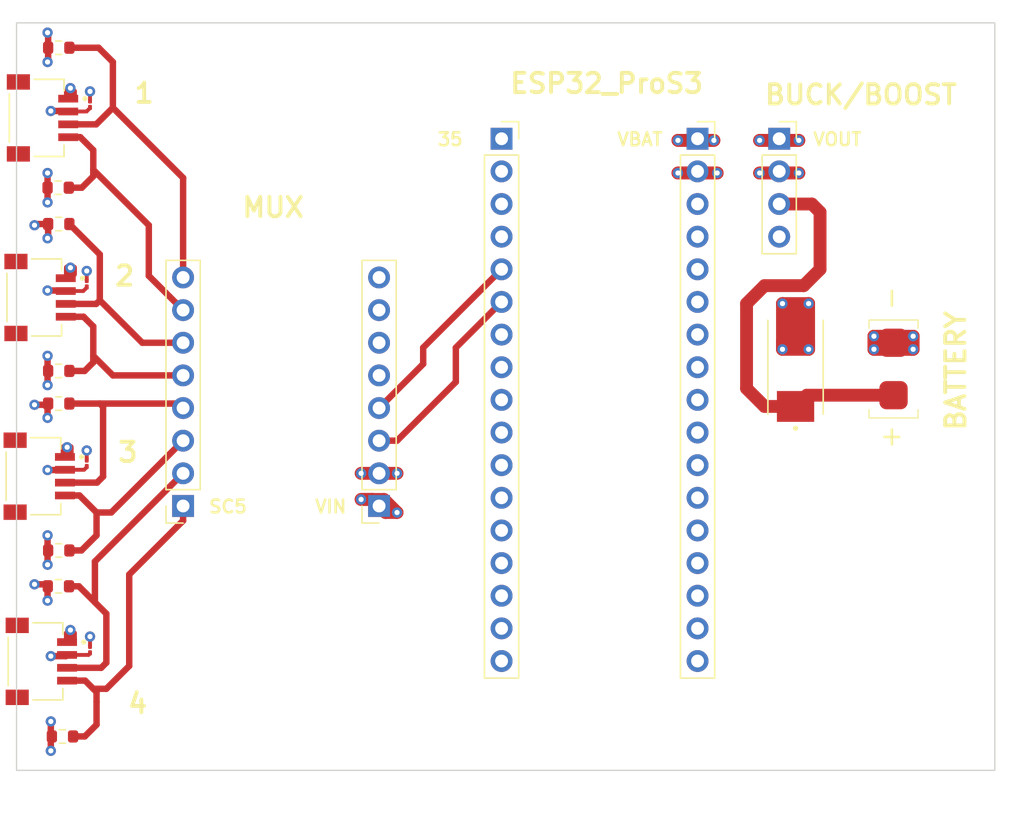
<source format=kicad_pcb>
(kicad_pcb (version 20221018) (generator pcbnew)
  (layers (0 "F.Cu" signal) (1 "In1.Cu" signal) (2 "In2.Cu" signal) (31 "B.Cu" signal) (34 "B.Paste" user) (35 "F.Paste" user) (36 "B.SilkS" user "B.Silkscreen") (37 "F.SilkS" user "F.Silkscreen") (38 "B.Mask" user) (39 "F.Mask" user) (44 "Edge.Cuts" user))
  (net 0 "")
  (net 1 "3V3")
  (net 2 "GND")
  (net 3 "VBAT")
  (net 4 "SDA1")
  (net 5 "SCL1")
  (net 6 "SDA2")
  (net 7 "SCL2")
  (net 8 "SDA3")
  (net 9 "SCL3")
  (net 10 "SDA4")
  (net 11 "SCL4")
  (net 12 "SDA_MAIN")
  (net 13 "SCL_MAIN")
  (net 14 "RST_MUX")
  (net 24 "RST_ESP")
  (footprint "Connector_PinSocket_2.54mm:PinSocket_1x04_P2.54mm_Vertical" (layer "F.Cu") (at 160.02 93.345)
    (fp_text reference "VOLT-STEP1")
    (fp_text value "Conn_01x04_Socket")
    (fp_line (start -1.33 1.27) (end -1.33 8.95) (stroke (width 0.12)) (layer "F.SilkS"))
    (fp_line (start -1.33 1.27) (end 1.33 1.27) (stroke (width 0.12)) (layer "F.SilkS"))
    (fp_line (start -1.33 8.95) (end 1.33 8.95) (stroke (width 0.12)) (layer "F.SilkS"))
    (fp_line (start 0 -1.33) (end 1.33 -1.33) (stroke (width 0.12)) (layer "F.SilkS"))
    (fp_line (start 1.33 -1.33) (end 1.33 0) (stroke (width 0.12)) (layer "F.SilkS"))
    (fp_line (start 1.33 1.27) (end 1.33 8.95) (stroke (width 0.12)) (layer "F.SilkS"))
    (pad "1" thru_hole rect (at 0 0) (size 1.7 1.7) (drill 1) (layers "*.Cu" "*.Mask") (net 1 "3V3"))
    (pad "2" thru_hole oval (at 0 2.54) (size 1.7 1.7) (drill 1) (layers "*.Cu" "*.Mask") (net 2 "GND"))
    (pad "3" thru_hole oval (at 0 5.08) (size 1.7 1.7) (drill 1) (layers "*.Cu" "*.Mask") (net 3 "VBAT"))
    (pad "4" thru_hole oval (at 0 7.62) (size 1.7 1.7) (drill 1) (layers "*.Cu" "*.Mask"))
  )
  (footprint "Capacitor_SMD:C_01005_0402Metric" (layer "F.Cu") (at 106.426 133.096 90)
    (fp_text reference "C4")
    (fp_text value "1.0u")
    (pad "1" smd roundrect (at -0.25 0 90) (size 0.4 0.3) (layers "F.Cu" "F.Mask") (net 1 "3V3"))
    (pad "2" smd roundrect (at 0.25 0 90) (size 0.4 0.3) (layers "F.Cu" "F.Mask") (net 2 "GND"))
  )
  (footprint "Resistor_SMD:R_0603_1608Metric" (layer "F.Cu") (at 103.995 86.265)
    (fp_text reference "R1")
    (fp_text value "4.7K")
    (fp_line (start -0.237258 -0.5225) (end 0.237258 -0.5225) (stroke (width 0.12)) (layer "F.SilkS"))
    (fp_line (start -0.237258 0.5225) (end 0.237258 0.5225) (stroke (width 0.12)) (layer "F.SilkS"))
    (pad "1" smd roundrect (at -0.825 0) (size 0.8 0.95) (layers "F.Cu" "F.Paste" "F.Mask") (net 1 "3V3"))
    (pad "2" smd roundrect (at 0.825 0) (size 0.8 0.95) (layers "F.Cu" "F.Paste" "F.Mask") (net 4 "SDA1"))
  )
  (footprint "Resistor_SMD:R_0603_1608Metric" (layer "F.Cu") (at 103.95 97.155)
    (fp_text reference "R2")
    (fp_text value "4.7K")
    (fp_line (start -0.237258 -0.5225) (end 0.237258 -0.5225) (stroke (width 0.12)) (layer "F.SilkS"))
    (fp_line (start -0.237258 0.5225) (end 0.237258 0.5225) (stroke (width 0.12)) (layer "F.SilkS"))
    (pad "1" smd roundrect (at -0.825 0) (size 0.8 0.95) (layers "F.Cu" "F.Paste" "F.Mask") (net 1 "3V3"))
    (pad "2" smd roundrect (at 0.825 0) (size 0.8 0.95) (layers "F.Cu" "F.Paste" "F.Mask") (net 5 "SCL1"))
  )
  (footprint "Capacitor_SMD:C_01005_0402Metric" (layer "F.Cu") (at 106.172 104.627 90)
    (fp_text reference "C1")
    (fp_text value "1.0u")
    (pad "1" smd roundrect (at -0.25 0 90) (size 0.4 0.3) (layers "F.Cu" "F.Mask") (net 1 "3V3"))
    (pad "2" smd roundrect (at 0.25 0 90) (size 0.4 0.3) (layers "F.Cu" "F.Mask") (net 2 "GND"))
  )
  (footprint "Resistor_SMD:R_0603_1608Metric" (layer "F.Cu") (at 103.995 111.411)
    (fp_text reference "R4")
    (fp_text value "4.7K")
    (fp_line (start -0.237258 -0.5225) (end 0.237258 -0.5225) (stroke (width 0.12)) (layer "F.SilkS"))
    (fp_line (start -0.237258 0.5225) (end 0.237258 0.5225) (stroke (width 0.12)) (layer "F.SilkS"))
    (pad "1" smd roundrect (at -0.825 0) (size 0.8 0.95) (layers "F.Cu" "F.Paste" "F.Mask") (net 1 "3V3"))
    (pad "2" smd roundrect (at 0.825 0) (size 0.8 0.95) (layers "F.Cu" "F.Paste" "F.Mask") (net 7 "SCL2"))
  )
  (footprint "qwicc:SPARKFUN_PRT-14417" (layer "F.Cu") (at 102.28 91.726 -90)
    (fp_text reference "mux-1")
    (fp_text value "PRT-14417")
    (fp_line (start -3 -2.125) (end -2.12 -2.125) (stroke (width 0.127)) (layer "F.SilkS"))
    (fp_line (start -3 0.205) (end -3 -2.125) (stroke (width 0.127)) (layer "F.SilkS"))
    (fp_line (start -1.88 2.125) (end 1.88 2.125) (stroke (width 0.127)) (layer "F.SilkS"))
    (fp_line (start 2.12 -2.125) (end 3 -2.125) (stroke (width 0.127)) (layer "F.SilkS"))
    (fp_line (start 3 -2.125) (end 3 0.205) (stroke (width 0.127)) (layer "F.SilkS"))
    (fp_circle (center -1.5 -3.75) (end -1.4 -3.75) (stroke (width 0.2)) (fill none) (layer "F.SilkS"))
    (pad "1" smd rect (at -1.5 -2.45 270) (size 0.6 1.55) (layers "F.Cu" "F.Paste" "F.Mask") (net 2 "GND"))
    (pad "2" smd rect (at -0.5 -2.45 270) (size 0.6 1.55) (layers "F.Cu" "F.Paste" "F.Mask") (net 1 "3V3"))
    (pad "3" smd rect (at 0.5 -2.45 270) (size 0.6 1.55) (layers "F.Cu" "F.Paste" "F.Mask") (net 4 "SDA1"))
    (pad "4" smd rect (at 1.5 -2.45 270) (size 0.6 1.55) (layers "F.Cu" "F.Paste" "F.Mask") (net 5 "SCL1"))
    (pad "S1" smd rect (at -2.8 1.425 270) (size 1.2 1.8) (layers "F.Cu" "F.Paste" "F.Mask"))
    (pad "S2" smd rect (at 2.8 1.425 270) (size 1.2 1.8) (layers "F.Cu" "F.Paste" "F.Mask"))
  )
  (footprint "Resistor_SMD:R_0603_1608Metric" (layer "F.Cu") (at 103.995 125.381)
    (fp_text reference "R6")
    (fp_text value "4.7K")
    (fp_line (start -0.237258 -0.5225) (end 0.237258 -0.5225) (stroke (width 0.12)) (layer "F.SilkS"))
    (fp_line (start -0.237258 0.5225) (end 0.237258 0.5225) (stroke (width 0.12)) (layer "F.SilkS"))
    (pad "1" smd roundrect (at -0.825 0) (size 0.8 0.95) (layers "F.Cu" "F.Paste" "F.Mask") (net 1 "3V3"))
    (pad "2" smd roundrect (at 0.825 0) (size 0.8 0.95) (layers "F.Cu" "F.Paste" "F.Mask") (net 9 "SCL3"))
  )
  (footprint "Resistor_SMD:R_0603_1608Metric" (layer "F.Cu") (at 103.995 99.981)
    (fp_text reference "R3")
    (fp_text value "4.7K")
    (fp_line (start -0.237258 -0.5225) (end 0.237258 -0.5225) (stroke (width 0.12)) (layer "F.SilkS"))
    (fp_line (start -0.237258 0.5225) (end 0.237258 0.5225) (stroke (width 0.12)) (layer "F.SilkS"))
    (pad "1" smd roundrect (at -0.825 0) (size 0.8 0.95) (layers "F.Cu" "F.Paste" "F.Mask") (net 1 "3V3"))
    (pad "2" smd roundrect (at 0.825 0) (size 0.8 0.95) (layers "F.Cu" "F.Paste" "F.Mask") (net 6 "SDA2"))
  )
  (footprint "Connector_PinSocket_2.54mm:PinSocket_1x08_P2.54mm_Vertical" (layer "F.Cu") (at 113.665 121.92 180)
    (fp_text reference "MUX-R1")
    (fp_text value "Conn_01x08_Socket")
    (fp_line (start -1.33 1.27) (end -1.33 19.11) (stroke (width 0.12)) (layer "F.SilkS"))
    (fp_line (start -1.33 1.27) (end 1.33 1.27) (stroke (width 0.12)) (layer "F.SilkS"))
    (fp_line (start -1.33 19.11) (end 1.33 19.11) (stroke (width 0.12)) (layer "F.SilkS"))
    (fp_line (start 0 -1.33) (end 1.33 -1.33) (stroke (width 0.12)) (layer "F.SilkS"))
    (fp_line (start 1.33 -1.33) (end 1.33 0) (stroke (width 0.12)) (layer "F.SilkS"))
    (fp_line (start 1.33 1.27) (end 1.33 19.11) (stroke (width 0.12)) (layer "F.SilkS"))
    (pad "1" thru_hole rect (at 0 0 180) (size 1.7 1.7) (drill 1) (layers "*.Cu" "*.Mask") (net 11 "SCL4"))
    (pad "2" thru_hole oval (at 0 2.54 180) (size 1.7 1.7) (drill 1) (layers "*.Cu" "*.Mask") (net 10 "SDA4"))
    (pad "3" thru_hole oval (at 0 5.08 180) (size 1.7 1.7) (drill 1) (layers "*.Cu" "*.Mask") (net 9 "SCL3"))
    (pad "4" thru_hole oval (at 0 7.62 180) (size 1.7 1.7) (drill 1) (layers "*.Cu" "*.Mask") (net 8 "SDA3"))
    (pad "5" thru_hole oval (at 0 10.16 180) (size 1.7 1.7) (drill 1) (layers "*.Cu" "*.Mask") (net 7 "SCL2"))
    (pad "6" thru_hole oval (at 0 12.7 180) (size 1.7 1.7) (drill 1) (layers "*.Cu" "*.Mask") (net 6 "SDA2"))
    (pad "7" thru_hole oval (at 0 15.24 180) (size 1.7 1.7) (drill 1) (layers "*.Cu" "*.Mask") (net 5 "SCL1"))
    (pad "8" thru_hole oval (at 0 17.78 180) (size 1.7 1.7) (drill 1) (layers "*.Cu" "*.Mask") (net 4 "SDA1"))
  )
  (footprint "Resistor_SMD:R_0603_1608Metric" (layer "F.Cu") (at 104.285 139.853)
    (fp_text reference "R8")
    (fp_text value "4.7K")
    (fp_line (start -0.237258 -0.5225) (end 0.237258 -0.5225) (stroke (width 0.12)) (layer "F.SilkS"))
    (fp_line (start -0.237258 0.5225) (end 0.237258 0.5225) (stroke (width 0.12)) (layer "F.SilkS"))
    (pad "1" smd roundrect (at -0.825 0) (size 0.8 0.95) (layers "F.Cu" "F.Paste" "F.Mask") (net 1 "3V3"))
    (pad "2" smd roundrect (at 0.825 0) (size 0.8 0.95) (layers "F.Cu" "F.Paste" "F.Mask") (net 11 "SCL4"))
  )
  (footprint "Capacitor_SMD:C_01005_0402Metric" (layer "F.Cu") (at 106.426 90.657 90)
    (fp_text reference "C2")
    (fp_text value "1.0u")
    (pad "1" smd roundrect (at -0.25 0 90) (size 0.4 0.3) (layers "F.Cu" "F.Mask") (net 1 "3V3"))
    (pad "2" smd roundrect (at 0.25 0 90) (size 0.4 0.3) (layers "F.Cu" "F.Mask") (net 2 "GND"))
  )
  (footprint "Battery_connector:Battery_connector" (layer "F.Cu") (at 168.91 111.26 90)
    (fp_text reference "REF**")
    (fp_text value "Battery_connector")
    (fp_text user "+" (at -6.35 0.635 90 unlocked) (layer "F.SilkS") (effects (font (size 1.5 1.5) (thickness 0.2)) (justify left bottom)))
    (fp_text user "-" (at 4.445 0.635 90 unlocked) (layer "F.SilkS") (effects (font (size 1.5 1.5) (thickness 0.2)) (justify left bottom)))
    (fp_line (start -3.81 -1.905) (end -3.81 1.905) (stroke (width 0.1)) (layer "F.SilkS"))
    (fp_line (start -3.81 1.905) (end -3.175 1.905) (stroke (width 0.1)) (layer "F.SilkS"))
    (fp_line (start -3.175 -1.905) (end -3.81 -1.905) (stroke (width 0.1)) (layer "F.SilkS"))
    (fp_line (start 3.175 -1.905) (end 3.81 -1.905) (stroke (width 0.1)) (layer "F.SilkS"))
    (fp_line (start 3.81 -1.905) (end 3.81 1.905) (stroke (width 0.1)) (layer "F.SilkS"))
    (fp_line (start 3.81 1.905) (end 3.175 1.905) (stroke (width 0.1)) (layer "F.SilkS"))
    (pad "1" smd roundrect (at -2.04 0 90) (size 2.2 2.2) (layers "F.Cu" "F.Paste" "F.Mask") (net 3 "VBAT"))
    (pad "2" smd roundrect (at 2.04 0 90) (size 2.2 2.2) (layers "F.Cu" "F.Paste" "F.Mask") (net 2 "GND"))
  )
  (footprint "Connector_PinSocket_2.54mm:PinSocket_1x17_P2.54mm_Vertical" (layer "F.Cu") (at 153.67 93.345)
    (fp_text reference "PROS3-R1")
    (fp_text value "Conn_01x17_Socket")
    (fp_line (start -1.33 1.27) (end -1.33 41.97) (stroke (width 0.12)) (layer "F.SilkS"))
    (fp_line (start -1.33 1.27) (end 1.33 1.27) (stroke (width 0.12)) (layer "F.SilkS"))
    (fp_line (start -1.33 41.97) (end 1.33 41.97) (stroke (width 0.12)) (layer "F.SilkS"))
    (fp_line (start 0 -1.33) (end 1.33 -1.33) (stroke (width 0.12)) (layer "F.SilkS"))
    (fp_line (start 1.33 -1.33) (end 1.33 0) (stroke (width 0.12)) (layer "F.SilkS"))
    (fp_line (start 1.33 1.27) (end 1.33 41.97) (stroke (width 0.12)) (layer "F.SilkS"))
    (pad "1" thru_hole rect (at 0 0) (size 1.7 1.7) (drill 1) (layers "*.Cu" "*.Mask") (net 1 "3V3"))
    (pad "2" thru_hole oval (at 0 2.54) (size 1.7 1.7) (drill 1) (layers "*.Cu" "*.Mask") (net 2 "GND"))
    (pad "3" thru_hole oval (at 0 5.08) (size 1.7 1.7) (drill 1) (layers "*.Cu" "*.Mask"))
    (pad "4" thru_hole oval (at 0 7.62) (size 1.7 1.7) (drill 1) (layers "*.Cu" "*.Mask"))
    (pad "5" thru_hole oval (at 0 10.16) (size 1.7 1.7) (drill 1) (layers "*.Cu" "*.Mask"))
    (pad "6" thru_hole oval (at 0 12.7) (size 1.7 1.7) (drill 1) (layers "*.Cu" "*.Mask"))
    (pad "7" thru_hole oval (at 0 15.24) (size 1.7 1.7) (drill 1) (layers "*.Cu" "*.Mask"))
    (pad "8" thru_hole oval (at 0 17.78) (size 1.7 1.7) (drill 1) (layers "*.Cu" "*.Mask"))
    (pad "9" thru_hole oval (at 0 20.32) (size 1.7 1.7) (drill 1) (layers "*.Cu" "*.Mask"))
    (pad "10" thru_hole oval (at 0 22.86) (size 1.7 1.7) (drill 1) (layers "*.Cu" "*.Mask"))
    (pad "11" thru_hole oval (at 0 25.4) (size 1.7 1.7) (drill 1) (layers "*.Cu" "*.Mask"))
    (pad "12" thru_hole oval (at 0 27.94) (size 1.7 1.7) (drill 1) (layers "*.Cu" "*.Mask"))
    (pad "13" thru_hole oval (at 0 30.48) (size 1.7 1.7) (drill 1) (layers "*.Cu" "*.Mask"))
    (pad "14" thru_hole oval (at 0 33.02) (size 1.7 1.7) (drill 1) (layers "*.Cu" "*.Mask"))
    (pad "15" thru_hole oval (at 0 35.56) (size 1.7 1.7) (drill 1) (layers "*.Cu" "*.Mask"))
    (pad "16" thru_hole oval (at 0 38.1) (size 1.7 1.7) (drill 1) (layers "*.Cu" "*.Mask"))
    (pad "17" thru_hole oval (at 0 40.64) (size 1.7 1.7) (drill 1) (layers "*.Cu" "*.Mask"))
  )
  (footprint "Connector_PinSocket_2.54mm:PinSocket_1x08_P2.54mm_Vertical" (layer "F.Cu") (at 128.905 121.92 180)
    (fp_text reference "MUX-L1")
    (fp_text value "Conn_01x08_Socket")
    (fp_line (start -1.33 1.27) (end -1.33 19.11) (stroke (width 0.12)) (layer "F.SilkS"))
    (fp_line (start -1.33 1.27) (end 1.33 1.27) (stroke (width 0.12)) (layer "F.SilkS"))
    (fp_line (start -1.33 19.11) (end 1.33 19.11) (stroke (width 0.12)) (layer "F.SilkS"))
    (fp_line (start 0 -1.33) (end 1.33 -1.33) (stroke (width 0.12)) (layer "F.SilkS"))
    (fp_line (start 1.33 -1.33) (end 1.33 0) (stroke (width 0.12)) (layer "F.SilkS"))
    (fp_line (start 1.33 1.27) (end 1.33 19.11) (stroke (width 0.12)) (layer "F.SilkS"))
    (pad "1" thru_hole rect (at 0 0 180) (size 1.7 1.7) (drill 1) (layers "*.Cu" "*.Mask") (net 1 "3V3"))
    (pad "2" thru_hole oval (at 0 2.54 180) (size 1.7 1.7) (drill 1) (layers "*.Cu" "*.Mask") (net 2 "GND"))
    (pad "3" thru_hole oval (at 0 5.08 180) (size 1.7 1.7) (drill 1) (layers "*.Cu" "*.Mask") (net 12 "SDA_MAIN"))
    (pad "4" thru_hole oval (at 0 7.62 180) (size 1.7 1.7) (drill 1) (layers "*.Cu" "*.Mask") (net 13 "SCL_MAIN"))
    (pad "5" thru_hole oval (at 0 10.16 180) (size 1.7 1.7) (drill 1) (layers "*.Cu" "*.Mask") (net 14 "RST_MUX"))
    (pad "6" thru_hole oval (at 0 12.7 180) (size 1.7 1.7) (drill 1) (layers "*.Cu" "*.Mask"))
    (pad "7" thru_hole oval (at 0 15.24 180) (size 1.7 1.7) (drill 1) (layers "*.Cu" "*.Mask"))
    (pad "8" thru_hole oval (at 0 17.78 180) (size 1.7 1.7) (drill 1) (layers "*.Cu" "*.Mask"))
  )
  (footprint "qwicc:SPARKFUN_PRT-14417" (layer "F.Cu") (at 102.09 105.696 -90)
    (fp_text reference "mux-2")
    (fp_text value "PRT-14417")
    (fp_line (start -3 -2.125) (end -2.12 -2.125) (stroke (width 0.127)) (layer "F.SilkS"))
    (fp_line (start -3 0.205) (end -3 -2.125) (stroke (width 0.127)) (layer "F.SilkS"))
    (fp_line (start -1.88 2.125) (end 1.88 2.125) (stroke (width 0.127)) (layer "F.SilkS"))
    (fp_line (start 2.12 -2.125) (end 3 -2.125) (stroke (width 0.127)) (layer "F.SilkS"))
    (fp_line (start 3 -2.125) (end 3 0.205) (stroke (width 0.127)) (layer "F.SilkS"))
    (fp_circle (center -1.5 -3.75) (end -1.4 -3.75) (stroke (width 0.2)) (fill none) (layer "F.SilkS"))
    (pad "1" smd rect (at -1.5 -2.45 270) (size 0.6 1.55) (layers "F.Cu" "F.Paste" "F.Mask") (net 2 "GND"))
    (pad "2" smd rect (at -0.5 -2.45 270) (size 0.6 1.55) (layers "F.Cu" "F.Paste" "F.Mask") (net 1 "3V3"))
    (pad "3" smd rect (at 0.5 -2.45 270) (size 0.6 1.55) (layers "F.Cu" "F.Paste" "F.Mask") (net 6 "SDA2"))
    (pad "4" smd rect (at 1.5 -2.45 270) (size 0.6 1.55) (layers "F.Cu" "F.Paste" "F.Mask") (net 7 "SCL2"))
    (pad "S1" smd rect (at -2.8 1.425 270) (size 1.2 1.8) (layers "F.Cu" "F.Paste" "F.Mask"))
    (pad "S2" smd rect (at 2.8 1.425 270) (size 1.2 1.8) (layers "F.Cu" "F.Paste" "F.Mask"))
  )
  (footprint "Resistor_SMD:R_0603_1608Metric" (layer "F.Cu") (at 103.995 113.951)
    (fp_text reference "R5")
    (fp_text value "4.7K")
    (fp_line (start -0.237258 -0.5225) (end 0.237258 -0.5225) (stroke (width 0.12)) (layer "F.SilkS"))
    (fp_line (start -0.237258 0.5225) (end 0.237258 0.5225) (stroke (width 0.12)) (layer "F.SilkS"))
    (pad "1" smd roundrect (at -0.825 0) (size 0.8 0.95) (layers "F.Cu" "F.Paste" "F.Mask") (net 1 "3V3"))
    (pad "2" smd roundrect (at 0.825 0) (size 0.8 0.95) (layers "F.Cu" "F.Paste" "F.Mask") (net 8 "SDA3"))
  )
  (footprint "Resistor_SMD:R_0603_1608Metric" (layer "F.Cu") (at 103.968 128.169)
    (fp_text reference "R7")
    (fp_text value "4.7K")
    (fp_line (start -0.237258 -0.5225) (end 0.237258 -0.5225) (stroke (width 0.12)) (layer "F.SilkS"))
    (fp_line (start -0.237258 0.5225) (end 0.237258 0.5225) (stroke (width 0.12)) (layer "F.SilkS"))
    (pad "1" smd roundrect (at -0.825 0) (size 0.8 0.95) (layers "F.Cu" "F.Paste" "F.Mask") (net 1 "3V3"))
    (pad "2" smd roundrect (at 0.825 0) (size 0.8 0.95) (layers "F.Cu" "F.Paste" "F.Mask") (net 10 "SDA4"))
  )
  (footprint "Capacitor_SMD:C_01005_0402Metric" (layer "F.Cu") (at 106.172 118.597 90)
    (fp_text reference "C3")
    (fp_text value "1.0u")
    (pad "1" smd roundrect (at -0.25 0 90) (size 0.4 0.3) (layers "F.Cu" "F.Mask") (net 1 "3V3"))
    (pad "2" smd roundrect (at 0.25 0 90) (size 0.4 0.3) (layers "F.Cu" "F.Mask") (net 2 "GND"))
  )
  (footprint "qwicc:SPARKFUN_PRT-14417" (layer "F.Cu") (at 102.19 134.011 -90)
    (fp_text reference "mux-4")
    (fp_text value "PRT-14417")
    (fp_line (start -3 -2.125) (end -2.12 -2.125) (stroke (width 0.127)) (layer "F.SilkS"))
    (fp_line (start -3 0.205) (end -3 -2.125) (stroke (width 0.127)) (layer "F.SilkS"))
    (fp_line (start -1.88 2.125) (end 1.88 2.125) (stroke (width 0.127)) (layer "F.SilkS"))
    (fp_line (start 2.12 -2.125) (end 3 -2.125) (stroke (width 0.127)) (layer "F.SilkS"))
    (fp_line (start 3 -2.125) (end 3 0.205) (stroke (width 0.127)) (layer "F.SilkS"))
    (fp_circle (center -1.5 -3.75) (end -1.4 -3.75) (stroke (width 0.2)) (fill none) (layer "F.SilkS"))
    (pad "1" smd rect (at -1.5 -2.45 270) (size 0.6 1.55) (layers "F.Cu" "F.Paste" "F.Mask") (net 2 "GND"))
    (pad "2" smd rect (at -0.5 -2.45 270) (size 0.6 1.55) (layers "F.Cu" "F.Paste" "F.Mask") (net 1 "3V3"))
    (pad "3" smd rect (at 0.5 -2.45 270) (size 0.6 1.55) (layers "F.Cu" "F.Paste" "F.Mask") (net 10 "SDA4"))
    (pad "4" smd rect (at 1.5 -2.45 270) (size 0.6 1.55) (layers "F.Cu" "F.Paste" "F.Mask") (net 11 "SCL4"))
    (pad "S1" smd rect (at -2.8 1.425 270) (size 1.2 1.8) (layers "F.Cu" "F.Paste" "F.Mask"))
    (pad "S2" smd rect (at 2.8 1.425 270) (size 1.2 1.8) (layers "F.Cu" "F.Paste" "F.Mask"))
  )
  (footprint "qwicc:SPARKFUN_PRT-14417" (layer "F.Cu") (at 102.026 119.603 -90)
    (fp_text reference "mux-3")
    (fp_text value "PRT-14417")
    (fp_line (start -3 -2.125) (end -2.12 -2.125) (stroke (width 0.127)) (layer "F.SilkS"))
    (fp_line (start -3 0.205) (end -3 -2.125) (stroke (width 0.127)) (layer "F.SilkS"))
    (fp_line (start -1.88 2.125) (end 1.88 2.125) (stroke (width 0.127)) (layer "F.SilkS"))
    (fp_line (start 2.12 -2.125) (end 3 -2.125) (stroke (width 0.127)) (layer "F.SilkS"))
    (fp_line (start 3 -2.125) (end 3 0.205) (stroke (width 0.127)) (layer "F.SilkS"))
    (fp_circle (center -1.5 -3.75) (end -1.4 -3.75) (stroke (width 0.2)) (fill none) (layer "F.SilkS"))
    (pad "1" smd rect (at -1.5 -2.45 270) (size 0.6 1.55) (layers "F.Cu" "F.Paste" "F.Mask") (net 2 "GND"))
    (pad "2" smd rect (at -0.5 -2.45 270) (size 0.6 1.55) (layers "F.Cu" "F.Paste" "F.Mask") (net 1 "3V3"))
    (pad "3" smd rect (at 0.5 -2.45 270) (size 0.6 1.55) (layers "F.Cu" "F.Paste" "F.Mask") (net 8 "SDA3"))
    (pad "4" smd rect (at 1.5 -2.45 270) (size 0.6 1.55) (layers "F.Cu" "F.Paste" "F.Mask") (net 9 "SCL3"))
    (pad "S1" smd rect (at -2.8 1.425 270) (size 1.2 1.8) (layers "F.Cu" "F.Paste" "F.Mask"))
    (pad "S2" smd rect (at 2.8 1.425 270) (size 1.2 1.8) (layers "F.Cu" "F.Paste" "F.Mask"))
  )
  (footprint "33uf16V_panasonic:CAP_16TQC33MYFD" (layer "F.Cu") (at 161.29 111.125 90)
    (fp_text reference "C5")
    (fp_text value "33u")
    (fp_line (start -3.65 -2.15) (end 3.65 -2.15) (stroke (width 0.127)) (layer "F.SilkS"))
    (fp_line (start -3.65 2.15) (end 3.65 2.15) (stroke (width 0.127)) (layer "F.SilkS"))
    (fp_circle (center -4.75 0) (end -4.65 0) (stroke (width 0.2)) (fill none) (layer "F.SilkS"))
    (pad "1" smd rect (at -3.05 0 90) (size 2.4 2.9) (layers "F.Cu" "F.Paste" "F.Mask") (net 3 "VBAT"))
    (pad "2" smd rect (at 3.05 0 90) (size 2.4 2.9) (layers "F.Cu" "F.Paste" "F.Mask") (net 2 "GND"))
  )
  (footprint "Connector_PinSocket_2.54mm:PinSocket_1x17_P2.54mm_Vertical" (layer "F.Cu") (at 138.43 93.345)
    (fp_text reference "PROS3-L1")
    (fp_text value "Conn_01x17_Socket")
    (fp_line (start -1.33 1.27) (end -1.33 41.97) (stroke (width 0.12)) (layer "F.SilkS"))
    (fp_line (start -1.33 1.27) (end 1.33 1.27) (stroke (width 0.12)) (layer "F.SilkS"))
    (fp_line (start -1.33 41.97) (end 1.33 41.97) (stroke (width 0.12)) (layer "F.SilkS"))
    (fp_line (start 0 -1.33) (end 1.33 -1.33) (stroke (width 0.12)) (layer "F.SilkS"))
    (fp_line (start 1.33 -1.33) (end 1.33 0) (stroke (width 0.12)) (layer "F.SilkS"))
    (fp_line (start 1.33 1.27) (end 1.33 41.97) (stroke (width 0.12)) (layer "F.SilkS"))
    (pad "1" thru_hole rect (at 0 0) (size 1.7 1.7) (drill 1) (layers "*.Cu" "*.Mask"))
    (pad "2" thru_hole oval (at 0 2.54) (size 1.7 1.7) (drill 1) (layers "*.Cu" "*.Mask"))
    (pad "3" thru_hole oval (at 0 5.08) (size 1.7 1.7) (drill 1) (layers "*.Cu" "*.Mask"))
    (pad "4" thru_hole oval (at 0 7.62) (size 1.7 1.7) (drill 1) (layers "*.Cu" "*.Mask"))
    (pad "5" thru_hole oval (at 0 10.16) (size 1.7 1.7) (drill 1) (layers "*.Cu" "*.Mask") (net 13 "SCL_MAIN"))
    (pad "6" thru_hole oval (at 0 12.7) (size 1.7 1.7) (drill 1) (layers "*.Cu" "*.Mask") (net 12 "SDA_MAIN"))
    (pad "7" thru_hole oval (at 0 15.24) (size 1.7 1.7) (drill 1) (layers "*.Cu" "*.Mask"))
    (pad "8" thru_hole oval (at 0 17.78) (size 1.7 1.7) (drill 1) (layers "*.Cu" "*.Mask"))
    (pad "9" thru_hole oval (at 0 20.32) (size 1.7 1.7) (drill 1) (layers "*.Cu" "*.Mask") (net 24 "RST_ESP"))
    (pad "10" thru_hole oval (at 0 22.86) (size 1.7 1.7) (drill 1) (layers "*.Cu" "*.Mask"))
    (pad "11" thru_hole oval (at 0 25.4) (size 1.7 1.7) (drill 1) (layers "*.Cu" "*.Mask"))
    (pad "12" thru_hole oval (at 0 27.94) (size 1.7 1.7) (drill 1) (layers "*.Cu" "*.Mask"))
    (pad "13" thru_hole oval (at 0 30.48) (size 1.7 1.7) (drill 1) (layers "*.Cu" "*.Mask"))
    (pad "14" thru_hole oval (at 0 33.02) (size 1.7 1.7) (drill 1) (layers "*.Cu" "*.Mask"))
    (pad "15" thru_hole oval (at 0 35.56) (size 1.7 1.7) (drill 1) (layers "*.Cu" "*.Mask"))
    (pad "16" thru_hole oval (at 0 38.1) (size 1.7 1.7) (drill 1) (layers "*.Cu" "*.Mask"))
    (pad "17" thru_hole oval (at 0 40.64) (size 1.7 1.7) (drill 1) (layers "*.Cu" "*.Mask"))
  )
  (gr_rect (start 100.711 84.328) (end 176.784 142.494) (stroke (width 0.1)) (fill none) (layer "Edge.Cuts"))
  (gr_text "2" (at 108.204 104.902) (layer "F.SilkS") (effects (font (size 1.5 1.5) (thickness 0.3) bold) (justify left bottom)))
  (gr_text "SC5\n" (at 115.57 122.555) (layer "F.SilkS") (effects (font (size 1 1) (thickness 0.2) bold) (justify left bottom)))
  (gr_text "VIN" (at 123.825 122.555) (layer "F.SilkS") (effects (font (size 1 1) (thickness 0.2) bold) (justify left bottom)))
  (gr_text "VBAT\n" (at 147.32 93.98) (layer "F.SilkS") (effects (font (size 1 1) (thickness 0.2) bold) (justify left bottom)))
  (gr_text "BUCK/BOOST\n\n" (at 158.75 93.218) (layer "F.SilkS") (effects (font (size 1.5 1.5) (thickness 0.3) bold) (justify left bottom)))
  (gr_text "35" (at 133.35 93.98) (layer "F.SilkS") (effects (font (size 1 1) (thickness 0.2) bold) (justify left bottom)))
  (gr_text "4" (at 109.22 138.176) (layer "F.SilkS") (effects (font (size 1.5 1.5) (thickness 0.3) bold) (justify left bottom)))
  (gr_text "BATTERY\n" (at 174.625 116.205 90) (layer "F.SilkS") (effects (font (size 1.5 1.5) (thickness 0.3) bold) (justify left bottom)))
  (gr_text "ESP32_ProS3" (at 138.938 89.916) (layer "F.SilkS") (effects (font (size 1.5 1.5) (thickness 0.3) bold) (justify left bottom)))
  (gr_text "1" (at 109.728 90.678) (layer "F.SilkS") (effects (font (size 1.5 1.5) (thickness 0.3) bold) (justify left bottom)))
  (gr_text "VOUT" (at 162.56 93.98) (layer "F.SilkS") (effects (font (size 1 1) (thickness 0.2) bold) (justify left bottom)))
  (gr_text "MUX\n" (at 118.11 99.568) (layer "F.SilkS") (effects (font (size 1.5 1.5) (thickness 0.3) bold) (justify left bottom)))
  (gr_text "3" (at 108.458 118.618) (layer "F.SilkS") (effects (font (size 1.5 1.5) (thickness 0.3) bold) (justify left bottom)))
  (segment (start 103.17 87.33) (end 103.124 87.376) (width 0.5) (layer "F.Cu") (net 1))
  (segment (start 103.17 99.981) (end 102.203 99.981) (width 0.5) (layer "F.Cu") (net 1))
  (segment (start 102.108 128.016) (end 102.99 128.016) (width 0.5) (layer "F.Cu") (net 1))
  (segment (start 102.108 114.046) (end 103.075 114.046) (width 0.5) (layer "F.Cu") (net 1))
  (segment (start 158.496 93.472) (end 161.544 93.472) (width 1) (layer "F.Cu") (net 1))
  (segment (start 103.632 91.186) (end 103.886 91.186) (width 0.5) (layer "F.Cu") (net 1))
  (segment (start 152.146 93.472) (end 153.543 93.472) (width 1) (layer "F.Cu") (net 1))
  (segment (start 103.378 138.684) (end 103.378 140.97) (width 0.5) (layer "F.Cu") (net 1))
  (segment (start 103.125 98.297) (end 103.124 98.298) (width 0.5) (layer "F.Cu") (net 1))
  (segment (start 103.124 113.997) (end 103.17 113.951) (width 0.5) (layer "F.Cu") (net 1))
  (segment (start 103.124 110.236) (end 103.124 112.522) (width 0.5) (layer "F.Cu") (net 1))
  (segment (start 106.311 133.511) (end 106.426 133.396) (width 0.3) (layer "F.Cu") (net 1))
  (segment (start 103.124 125.427) (end 103.17 125.381) (width 0.5) (layer "F.Cu") (net 1))
  (segment (start 158.496 93.472) (end 159.893 93.472) (width 1) (layer "F.Cu") (net 1))
  (segment (start 103.125 97.155) (end 103.125 98.297) (width 0.5) (layer "F.Cu") (net 1))
  (segment (start 161.544 93.472) (end 160.147 93.472) (width 1) (layer "F.Cu") (net 1))
  (segment (start 103.124 128.188) (end 103.143 128.169) (width 0.5) (layer "F.Cu") (net 1))
  (segment (start 160.147 93.472) (end 160.02 93.345) (width 1) (layer "F.Cu") (net 1))
  (segment (start 103.17 86.265) (end 103.17 87.33) (width 0.5) (layer "F.Cu") (net 1))
  (segment (start 103.17 99.981) (end 103.17 101.046) (width 0.5) (layer "F.Cu") (net 1))
  (segment (start 152.146 93.472) (end 154.94 93.472) (width 1) (layer "F.Cu") (net 1))
  (segment (start 103.17 85.136) (end 103.124 85.09) (width 0.5) (layer "F.Cu") (net 1))
  (segment (start 103.124 124.206) (end 103.124 125.335) (width 0.5) (layer "F.Cu") (net 1))
  (segment (start 159.893 93.472) (end 160.02 93.345) (width 1) (layer "F.Cu") (net 1))
  (segment (start 104.64 133.511) (end 106.311 133.511) (width 0.3) (layer "F.Cu") (net 1))
  (segment (start 104.476 119.103) (end 105.966 119.103) (width 0.3) (layer "F.Cu") (net 1))
  (segment (start 105.903 105.196) (end 106.172 104.927) (width 0.3) (layer "F.Cu") (net 1))
  (segment (start 130.302 122.428) (end 129.413 122.428) (width 1) (layer "F.Cu") (net 1))
  (segment (start 104.547 133.604) (end 104.64 133.511) (width 0.5) (layer "F.Cu") (net 1))
  (segment (start 102.99 128.016) (end 103.143 128.169) (width 0.5) (layer "F.Cu") (net 1))
  (segment (start 103.124 119.126) (end 104.453 119.126) (width 0.5) (layer "F.Cu") (net 1))
  (segment (start 103.124 126.492) (end 103.124 125.427) (width 0.5) (layer "F.Cu") (net 1))
  (segment (start 104.453 119.126) (end 104.476 119.103) (width 0.5) (layer "F.Cu") (net 1))
  (segment (start 102.203 99.981) (end 102.108 100.076) (width 0.5) (layer "F.Cu") (net 1))
  (segment (start 127.508 121.412) (end 128.397 121.412) (width 1) (layer "F.Cu") (net 1))
  (segment (start 103.17 101.046) (end 103.124 101.092) (width 0.5) (layer "F.Cu") (net 1))
  (segment (start 103.125 96.013) (end 103.124 96.012) (width 0.5) (layer "F.Cu") (net 1))
  (segment (start 129.413 122.428) (end 128.905 121.92) (width 1) (layer "F.Cu") (net 1))
  (segment (start 103.124 105.156) (end 104.5 105.156) (width 0.5) (layer "F.Cu") (net 1))
  (segment (start 103.378 133.604) (end 104.547 133.604) (width 0.5) (layer "F.Cu") (net 1))
  (segment (start 153.797 93.472) (end 153.67 93.345) (width 1) (layer "F.Cu") (net 1))
  (segment (start 104.73 91.226) (end 106.157 91.226) (width 0.3) (layer "F.Cu") (net 1))
  (segment (start 154.94 93.472) (end 153.797 93.472) (width 1) (layer "F.Cu") (net 1))
  (segment (start 103.46 139.853) (end 103.365 139.758) (width 0.5) (layer "F.Cu") (net 1))
  (segment (start 128.397 121.412) (end 128.905 121.92) (width 1) (layer "F.Cu") (net 1))
  (segment (start 127.508 121.412) (end 129.286 121.412) (width 1) (layer "F.Cu") (net 1))
  (segment (start 103.075 114.046) (end 103.17 113.951) (width 0.5) (layer "F.Cu") (net 1))
  (segment (start 103.124 115.062) (end 103.124 113.997) (width 0.5) (layer "F.Cu") (net 1))
  (segment (start 159.766 93.472) (end 160.274 93.472) (width 1) (layer "F.Cu") (net 1))
  (segment (start 103.124 129.286) (end 103.124 128.188) (width 0.5) (layer "F.Cu") (net 1))
  (segment (start 153.543 93.472) (end 153.67 93.345) (width 1) (layer "F.Cu") (net 1))
  (segment (start 103.125 97.155) (end 103.125 96.013) (width 0.5) (layer "F.Cu") (net 1))
  (segment (start 103.17 86.265) (end 103.17 85.136) (width 0.5) (layer "F.Cu") (net 1))
  (segment (start 105.966 119.103) (end 106.172 118.897) (width 0.3) (layer "F.Cu") (net 1))
  (segment (start 104.54 105.196) (end 105.903 105.196) (width 0.3) (layer "F.Cu") (net 1))
  (segment (start 129.286 121.412) (end 130.302 122.428) (width 1) (layer "F.Cu") (net 1))
  (segment (start 104.5 105.156) (end 104.54 105.196) (width 0.5) (layer "F.Cu") (net 1))
  (segment (start 106.157 91.226) (end 106.426 90.957) (width 0.3) (layer "F.Cu") (net 1))
  (segment (start 103.124 125.335) (end 103.17 125.381) (width 0.5) (layer "F.Cu") (net 1))
  (via (at 158.496 93.472) (size 0.8) (drill 0.4) (layers "F.Cu" "B.Cu") (net 1))
  (via (at 102.108 114.046) (size 0.8) (drill 0.4) (layers "F.Cu" "B.Cu") (net 1))
  (via (at 103.378 133.604) (size 0.8) (drill 0.4) (layers "F.Cu" "B.Cu") (net 1))
  (via (at 103.124 101.092) (size 0.8) (drill 0.4) (layers "F.Cu" "B.Cu") (net 1))
  (via (at 130.302 122.428) (size 0.8) (drill 0.4) (layers "F.Cu" "B.Cu") (net 1))
  (via (at 102.108 100.076) (size 0.8) (drill 0.4) (layers "F.Cu" "B.Cu") (net 1))
  (via (at 103.124 115.062) (size 0.8) (drill 0.4) (layers "F.Cu" "B.Cu") (net 1))
  (via (at 103.124 96.012) (size 0.8) (drill 0.4) (layers "F.Cu" "B.Cu") (net 1))
  (via (at 103.124 119.126) (size 0.8) (drill 0.4) (layers "F.Cu" "B.Cu") (net 1))
  (via (at 103.124 98.298) (size 0.8) (drill 0.4) (layers "F.Cu" "B.Cu") (net 1))
  (via (at 103.124 124.206) (size 0.8) (drill 0.4) (layers "F.Cu" "B.Cu") (net 1))
  (via (at 103.378 91.186) (size 0.8) (drill 0.4) (layers "F.Cu" "B.Cu") (net 1))
  (via (at 103.124 126.492) (size 0.8) (drill 0.4) (layers "F.Cu" "B.Cu") (net 1))
  (via (at 161.544 93.472) (size 0.8) (drill 0.4) (layers "F.Cu" "B.Cu") (net 1))
  (via (at 103.124 85.09) (size 0.8) (drill 0.4) (layers "F.Cu" "B.Cu") (net 1))
  (via (at 103.124 105.156) (size 0.8) (drill 0.4) (layers "F.Cu" "B.Cu") (net 1))
  (via (at 154.94 93.472) (size 0.8) (drill 0.4) (layers "F.Cu" "B.Cu") (net 1))
  (via (at 102.108 128.016) (size 0.8) (drill 0.4) (layers "F.Cu" "B.Cu") (net 1))
  (via (at 103.378 138.684) (size 0.8) (drill 0.4) (layers "F.Cu" "B.Cu") (net 1))
  (via (at 127.508 121.412) (size 0.8) (drill 0.4) (layers "F.Cu" "B.Cu") (net 1))
  (via (at 103.124 112.522) (size 0.8) (drill 0.4) (layers "F.Cu" "B.Cu") (net 1))
  (via (at 103.124 110.236) (size 0.8) (drill 0.4) (layers "F.Cu" "B.Cu") (net 1))
  (via (at 103.124 87.376) (size 0.8) (drill 0.4) (layers "F.Cu" "B.Cu") (net 1))
  (via (at 152.146 93.472) (size 0.8) (drill 0.4) (layers "F.Cu" "B.Cu") (net 1))
  (via (at 103.378 140.97) (size 0.8) (drill 0.4) (layers "F.Cu" "B.Cu") (net 1))
  (via (at 103.124 129.286) (size 0.8) (drill 0.4) (layers "F.Cu" "B.Cu") (net 1))
  (segment (start 161.29 108.075) (end 161.29 107.188) (width 1) (layer "F.Cu") (net 2))
  (segment (start 104.648 117.931) (end 104.476 118.103) (width 0.1) (layer "F.Cu") (net 2))
  (segment (start 170.434 109.728) (end 170.434 108.712) (width 1) (layer "F.Cu") (net 2))
  (segment (start 170.434 108.712) (end 169.418 108.712) (width 1) (layer "F.Cu") (net 2))
  (segment (start 158.496 96.012) (end 161.544 96.012) (width 1) (layer "F.Cu") (net 2))
  (segment (start 104.902 89.408) (end 104.902 89.916) (width 0.5) (layer "F.Cu") (net 2))
  (segment (start 161.544 96.012) (end 160.147 96.012) (width 1) (layer "F.Cu") (net 2))
  (segment (start 104.648 117.348) (end 104.648 117.856) (width 0.5) (layer "F.Cu") (net 2))
  (segment (start 152.146 96.012) (end 155.194 96.012) (width 1) (layer "F.Cu") (net 2))
  (segment (start 158.496 96.012) (end 159.893 96.012) (width 1) (layer "F.Cu") (net 2))
  (segment (start 104.902 131.826) (end 104.902 132.334) (width 0.5) (layer "F.Cu") (net 2))
  (segment (start 104.902 117.348) (end 104.902 117.856) (width 0.5) (layer "F.Cu") (net 2))
  (segment (start 160.274 109.728) (end 160.274 106.172) (width 1) (layer "F.Cu") (net 2))
  (segment (start 167.386 109.728) (end 170.434 109.728) (width 1) (layer "F.Cu") (net 2))
  (segment (start 152.146 96.012) (end 153.543 96.012) (width 1) (layer "F.Cu") (net 2))
  (segment (start 162.306 106.172) (end 162.306 109.728) (width 1) (layer "F.Cu") (net 2))
  (segment (start 105.156 103.378) (end 105.156 103.886) (width 0.5) (layer "F.Cu") (net 2))
  (segment (start 106.426 89.662) (end 106.426 90.357) (width 0.3) (layer "F.Cu") (net 2))
  (segment (start 162.306 106.172) (end 160.274 106.172) (width 1) (layer "F.Cu") (net 2))
  (segment (start 104.902 103.378) (end 104.902 103.886) (width 0.5) (layer "F.Cu") (net 2))
  (segment (start 104.902 90.054) (end 104.73 90.226) (width 0.1) (layer "F.Cu") (net 2))
  (segment (start 104.648 89.662) (end 104.648 90.17) (width 0.5) (layer "F.Cu") (net 2))
  (segment (start 169.418 109.728) (end 168.91 109.22) (width 1) (layer "F.Cu") (net 2))
  (segment (start 105.156 89.662) (end 105.156 90.17) (width 0.5) (layer "F.Cu") (net 2))
  (segment (start 106.172 103.632) (end 106.172 104.327) (width 0.3) (layer "F.Cu") (net 2))
  (segment (start 160.274 109.091) (end 161.29 108.075) (width 1) (layer "F.Cu") (net 2))
  (segment (start 106.172 117.602) (end 106.172 118.297) (width 0.3) (layer "F.Cu") (net 2))
  (segment (start 127.508 119.38) (end 130.302 119.38) (width 1) (layer "F.Cu") (net 2))
  (segment (start 160.147 96.012) (end 160.02 95.885) (width 1) (layer "F.Cu") (net 2))
  (segment (start 168.402 108.712) (end 168.91 109.22) (width 1) (layer "F.Cu") (net 2))
  (segment (start 104.648 131.826) (end 104.648 132.334) (width 0.5) (layer "F.Cu") (net 2))
  (segment (start 159.893 96.012) (end 160.02 95.885) (width 1) (layer "F.Cu") (net 2))
  (segment (start 162.306 109.728) (end 162.306 109.091) (width 1) (layer "F.Cu") (net 2))
  (segment (start 160.274 109.728) (end 160.274 109.091) (width 1) (layer "F.Cu") (net 2))
  (segment (start 153.543 96.012) (end 153.67 95.885) (width 1) (layer "F.Cu") (net 2))
  (segment (start 162.306 109.091) (end 161.29 108.075) (width 1) (layer "F.Cu") (net 2))
  (segment (start 161.29 107.188) (end 160.274 106.172) (width 1) (layer "F.Cu") (net 2))
  (segment (start 170.434 109.728) (end 169.418 109.728) (width 1) (layer "F.Cu") (net 2))
  (segment (start 105.156 131.826) (end 105.156 132.334) (width 0.5) (layer "F.Cu") (net 2))
  (segment (start 167.386 109.728) (end 168.402 109.728) (width 1) (layer "F.Cu") (net 2))
  (segment (start 168.402 109.728) (end 168.91 109.22) (width 1) (layer "F.Cu") (net 2))
  (segment (start 170.434 108.712) (end 167.386 108.712) (width 1) (layer "F.Cu") (net 2))
  (segment (start 106.426 132.08) (end 106.426 132.796) (width 0.3) (layer "F.Cu") (net 2))
  (segment (start 161.29 107.188) (end 162.306 106.172) (width 1) (layer "F.Cu") (net 2))
  (segment (start 104.64 132.511) (end 104.648 132.588) (width 0.1) (layer "F.Cu") (net 2))
  (segment (start 104.902 103.834) (end 104.54 104.196) (width 0.1) (layer "F.Cu") (net 2))
  (segment (start 167.386 108.712) (end 168.402 108.712) (width 1) (layer "F.Cu") (net 2))
  (segment (start 160.274 109.728) (end 162.306 109.728) (width 1) (layer "F.Cu") (net 2))
  (segment (start 104.648 103.378) (end 104.648 103.886) (width 0.5) (layer "F.Cu") (net 2))
  (segment (start 169.418 108.712) (end 168.91 109.22) (width 1) (layer "F.Cu") (net 2))
  (segment (start 153.797 96.012) (end 153.67 95.885) (width 1) (layer "F.Cu") (net 2))
  (segment (start 155.194 96.012) (end 153.797 96.012) (width 1) (layer "F.Cu") (net 2))
  (segment (start 104.394 117.348) (end 104.394 117.856) (width 0.5) (layer "F.Cu") (net 2))
  (segment (start 167.386 108.712) (end 167.386 109.728) (width 1) (layer "F.Cu") (net 2))
  (via (at 162.306 106.172) (size 0.8) (drill 0.4) (layers "F.Cu" "B.Cu") (net 2))
  (via (at 106.172 103.632) (size 0.8) (drill 0.4) (layers "F.Cu" "B.Cu") (net 2))
  (via (at 127.508 119.38) (size 0.8) (drill 0.4) (layers "F.Cu" "B.Cu") (net 2))
  (via (at 104.902 131.572) (size 0.8) (drill 0.4) (layers "F.Cu" "B.Cu") (net 2))
  (via (at 155.194 96.012) (size 0.8) (drill 0.4) (layers "F.Cu" "B.Cu") (net 2))
  (via (at 106.172 117.602) (size 0.8) (drill 0.4) (layers "F.Cu" "B.Cu") (net 2))
  (via (at 170.434 108.712) (size 0.8) (drill 0.4) (layers "F.Cu" "B.Cu") (net 2))
  (via (at 104.902 89.408) (size 0.8) (drill 0.4) (layers "F.Cu" "B.Cu") (net 2))
  (via (at 161.544 96.012) (size 0.8) (drill 0.4) (layers "F.Cu" "B.Cu") (net 2))
  (via (at 158.496 96.012) (size 0.8) (drill 0.4) (layers "F.Cu" "B.Cu") (net 2))
  (via (at 104.648 117.348) (size 0.8) (drill 0.4) (layers "F.Cu" "B.Cu") (net 2))
  (via (at 106.426 132.08) (size 0.8) (drill 0.4) (layers "F.Cu" "B.Cu") (net 2))
  (via (at 160.274 106.172) (size 0.8) (drill 0.4) (layers "F.Cu" "B.Cu") (net 2))
  (via (at 167.386 109.728) (size 0.8) (drill 0.4) (layers "F.Cu" "B.Cu") (net 2))
  (via (at 152.146 96.012) (size 0.8) (drill 0.4) (layers "F.Cu" "B.Cu") (net 2))
  (via (at 130.302 119.38) (size 0.8) (drill 0.4) (layers "F.Cu" "B.Cu") (net 2))
  (via (at 106.426 89.662) (size 0.8) (drill 0.4) (layers "F.Cu" "B.Cu") (net 2))
  (via (at 162.306 109.728) (size 0.8) (drill 0.4) (layers "F.Cu" "B.Cu") (net 2))
  (via (at 104.902 103.378) (size 0.8) (drill 0.4) (layers "F.Cu" "B.Cu") (net 2))
  (via (at 160.274 109.728) (size 0.8) (drill 0.4) (layers "F.Cu" "B.Cu") (net 2))
  (via (at 167.386 108.712) (size 0.8) (drill 0.4) (layers "F.Cu" "B.Cu") (net 2))
  (via (at 170.434 109.728) (size 0.8) (drill 0.4) (layers "F.Cu" "B.Cu") (net 2))
  (segment (start 168.91 113.3) (end 162.165 113.3) (width 1) (layer "F.Cu") (net 3))
  (segment (start 157.48 106.172) (end 158.877 104.775) (width 1) (layer "F.Cu") (net 3))
  (segment (start 160.02 98.425) (end 162.56 98.425) (width 1) (layer "F.Cu") (net 3))
  (segment (start 161.29 114.175) (end 158.879 114.175) (width 1) (layer "F.Cu") (net 3))
  (segment (start 161.925 104.775) (end 163.195 103.505) (width 1) (layer "F.Cu") (net 3))
  (segment (start 162.165 113.3) (end 161.29 114.175) (width 1) (layer "F.Cu") (net 3))
  (segment (start 158.877 104.775) (end 161.925 104.775) (width 1) (layer "F.Cu") (net 3))
  (segment (start 163.195 99.06) (end 163.195 103.505) (width 1) (layer "F.Cu") (net 3))
  (segment (start 157.48 112.776) (end 157.48 106.172) (width 1) (layer "F.Cu") (net 3))
  (segment (start 158.879 114.175) (end 157.48 112.776) (width 1) (layer "F.Cu") (net 3))
  (segment (start 162.56 98.425) (end 163.195 99.06) (width 1) (layer "F.Cu") (net 3))
  (segment (start 108.204 90.932) (end 106.91 92.226) (width 0.5) (layer "F.Cu") (net 4))
  (segment (start 108.204 90.932) (end 113.665 96.393) (width 0.5) (layer "F.Cu") (net 4))
  (segment (start 104.82 86.265) (end 107.093 86.265) (width 0.5) (layer "F.Cu") (net 4))
  (segment (start 107.093 86.265) (end 108.204 87.376) (width 0.5) (layer "F.Cu") (net 4))
  (segment (start 106.91 92.226) (end 104.73 92.226) (width 0.5) (layer "F.Cu") (net 4))
  (segment (start 108.204 87.376) (end 108.204 90.932) (width 0.5) (layer "F.Cu") (net 4))
  (segment (start 113.665 96.393) (end 113.665 104.14) (width 0.5) (layer "F.Cu") (net 4))
  (segment (start 106.68 95.758) (end 106.68 96.266) (width 0.5) (layer "F.Cu") (net 5))
  (segment (start 110.998 104.013) (end 113.665 106.68) (width 0.5) (layer "F.Cu") (net 5))
  (segment (start 106.68 94.234) (end 106.68 95.758) (width 0.5) (layer "F.Cu") (net 5))
  (segment (start 106.68 95.758) (end 110.998 100.076) (width 0.5) (layer "F.Cu") (net 5))
  (segment (start 105.791 97.155) (end 104.775 97.155) (width 0.5) (layer "F.Cu") (net 5))
  (segment (start 105.672 93.226) (end 106.68 94.234) (width 0.5) (layer "F.Cu") (net 5))
  (segment (start 110.998 100.076) (end 110.998 104.013) (width 0.5) (layer "F.Cu") (net 5))
  (segment (start 106.68 96.266) (end 105.791 97.155) (width 0.5) (layer "F.Cu") (net 5))
  (segment (start 104.73 93.226) (end 105.672 93.226) (width 0.5) (layer "F.Cu") (net 5))
  (segment (start 104.54 106.196) (end 106.91 106.196) (width 0.5) (layer "F.Cu") (net 6))
  (segment (start 110.49 109.22) (end 113.665 109.22) (width 0.5) (layer "F.Cu") (net 6))
  (segment (start 107.188 105.918) (end 107.188 102.349) (width 0.5) (layer "F.Cu") (net 6))
  (segment (start 107.188 102.349) (end 104.82 99.981) (width 0.5) (layer "F.Cu") (net 6))
  (segment (start 107.188 105.918) (end 110.49 109.22) (width 0.5) (layer "F.Cu") (net 6))
  (segment (start 106.91 106.196) (end 107.188 105.918) (width 0.5) (layer "F.Cu") (net 6))
  (segment (start 108.204 111.76) (end 113.665 111.76) (width 0.5) (layer "F.Cu") (net 7))
  (segment (start 106.68 110.236) (end 108.204 111.76) (width 0.5) (layer "F.Cu") (net 7))
  (segment (start 106.68 110.236) (end 106.68 107.95) (width 0.5) (layer "F.Cu") (net 7))
  (segment (start 106.013 111.411) (end 106.68 110.744) (width 0.5) (layer "F.Cu") (net 7))
  (segment (start 106.68 107.95) (end 105.926 107.196) (width 0.5) (layer "F.Cu") (net 7))
  (segment (start 106.68 110.744) (end 106.68 110.236) (width 0.5) (layer "F.Cu") (net 7))
  (segment (start 104.82 111.411) (end 106.013 111.411) (width 0.5) (layer "F.Cu") (net 7))
  (segment (start 105.926 107.196) (end 104.54 107.196) (width 0.5) (layer "F.Cu") (net 7))
  (segment (start 107.442 114.205) (end 107.188 113.951) (width 0.5) (layer "F.Cu") (net 8))
  (segment (start 104.476 120.103) (end 106.973 120.103) (width 0.5) (layer "F.Cu") (net 8))
  (segment (start 107.442 119.634) (end 107.442 114.205) (width 0.5) (layer "F.Cu") (net 8))
  (segment (start 113.316 113.951) (end 113.665 114.3) (width 0.5) (layer "F.Cu") (net 8))
  (segment (start 104.82 113.951) (end 107.188 113.951) (width 0.5) (layer "F.Cu") (net 8))
  (segment (start 106.973 120.103) (end 107.442 119.634) (width 0.5) (layer "F.Cu") (net 8))
  (segment (start 107.188 113.951) (end 113.316 113.951) (width 0.5) (layer "F.Cu") (net 8))
  (segment (start 106.934 124.206) (end 105.759 125.381) (width 0.5) (layer "F.Cu") (net 9))
  (segment (start 108.077 122.428) (end 113.665 116.84) (width 0.5) (layer "F.Cu") (net 9))
  (segment (start 105.759 125.381) (end 104.82 125.381) (width 0.5) (layer "F.Cu") (net 9))
  (segment (start 105.609 121.103) (end 106.934 122.428) (width 0.5) (layer "F.Cu") (net 9))
  (segment (start 106.934 122.428) (end 106.934 124.206) (width 0.5) (layer "F.Cu") (net 9))
  (segment (start 106.934 122.428) (end 108.077 122.428) (width 0.5) (layer "F.Cu") (net 9))
  (segment (start 104.476 121.103) (end 105.609 121.103) (width 0.5) (layer "F.Cu") (net 9))
  (segment (start 104.64 134.511) (end 107.297 134.511) (width 0.5) (layer "F.Cu") (net 10))
  (segment (start 105.563 128.169) (end 104.793 128.169) (width 0.5) (layer "F.Cu") (net 10))
  (segment (start 107.297 134.511) (end 107.696 134.112) (width 0.5) (layer "F.Cu") (net 10))
  (segment (start 106.807 129.413) (end 106.807 126.238) (width 0.5) (layer "F.Cu") (net 10))
  (segment (start 107.696 134.112) (end 107.696 130.302) (width 0.5) (layer "F.Cu") (net 10))
  (segment (start 106.807 126.238) (end 113.665 119.38) (width 0.5) (layer "F.Cu") (net 10))
  (segment (start 107.696 130.302) (end 106.807 129.413) (width 0.5) (layer "F.Cu") (net 10))
  (segment (start 106.807 129.413) (end 105.563 128.169) (width 0.5) (layer "F.Cu") (net 10))
  (segment (start 106.934 138.938) (end 106.019 139.853) (width 0.5) (layer "F.Cu") (net 11))
  (segment (start 106.934 136.398) (end 106.934 137.16) (width 0.5) (layer "F.Cu") (net 11))
  (segment (start 106.047 135.511) (end 106.68 136.144) (width 0.5) (layer "F.Cu") (net 11))
  (segment (start 106.934 137.16) (end 106.934 138.938) (width 0.5) (layer "F.Cu") (net 11))
  (segment (start 104.64 135.511) (end 106.047 135.511) (width 0.5) (layer "F.Cu") (net 11))
  (segment (start 113.665 123.063) (end 113.665 121.92) (width 0.5) (layer "F.Cu") (net 11))
  (segment (start 106.019 139.853) (end 105.11 139.853) (width 0.5) (layer "F.Cu") (net 11))
  (segment (start 109.474 134.366) (end 109.474 127.254) (width 0.5) (layer "F.Cu") (net 11))
  (segment (start 107.696 136.144) (end 109.474 134.366) (width 0.5) (layer "F.Cu") (net 11))
  (segment (start 106.68 136.144) (end 107.696 136.144) (width 0.5) (layer "F.Cu") (net 11))
  (segment (start 106.68 136.144) (end 106.934 136.398) (width 0.5) (layer "F.Cu") (net 11))
  (segment (start 109.474 127.254) (end 113.665 123.063) (width 0.5) (layer "F.Cu") (net 11))
  (segment (start 130.302 116.84) (end 134.874 112.268) (width 0.5) (layer "F.Cu") (net 12))
  (segment (start 128.905 116.84) (end 130.302 116.84) (width 0.5) (layer "F.Cu") (net 12))
  (segment (start 134.874 109.601) (end 138.43 106.045) (width 0.5) (layer "F.Cu") (net 12))
  (segment (start 134.874 112.268) (end 134.874 109.601) (width 0.5) (layer "F.Cu") (net 12))
  (segment (start 128.905 114.3) (end 132.334 110.871) (width 0.5) (layer "F.Cu") (net 13))
  (segment (start 132.334 109.601) (end 138.43 103.505) (width 0.5) (layer "F.Cu") (net 13))
  (segment (start 132.334 110.871) (end 132.334 109.601) (width 0.5) (layer "F.Cu") (net 13))
)
</source>
